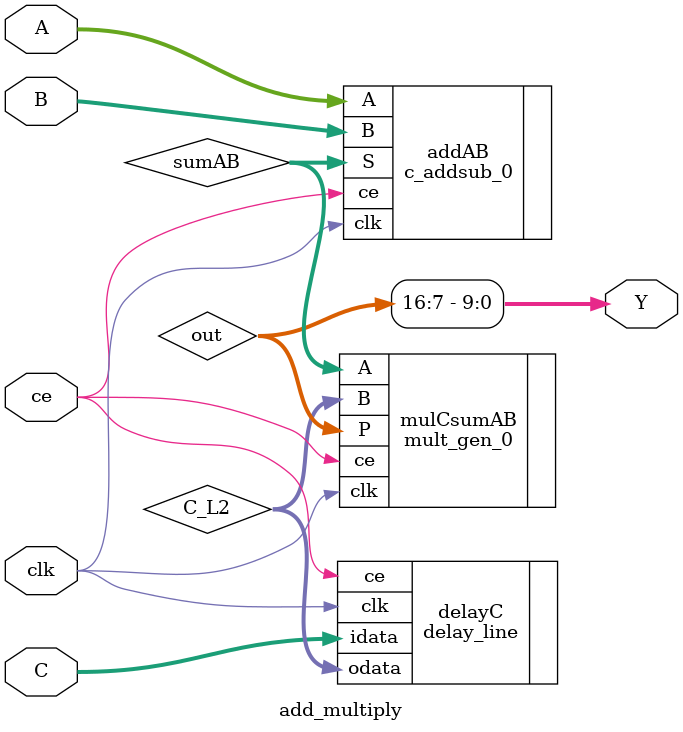
<source format=v>
module add_multiply
(
    input clk,
    input ce,
    input [8:0] A,
    input [8:0] B,
    input [8:0] C,
    output [9:0] Y
);

wire signed [9:0] sumAB;
wire signed [9:0] C_L2;
wire signed [18:0] out;

// Latency 2
c_addsub_0 addAB
(
    .A (A),
    .B (B),
    .clk (clk),
    .ce (ce),
    .S (sumAB)
);

// Latency 2
delay_line
#(
    .N (9),
    .DELAY (2)
)
delayC
(
    .clk (clk),
    .ce (ce),
    .idata (C),
    .odata (C_L2)
);

// Latency 3
mult_gen_0 mulCsumAB
(
    .clk (clk),
    .ce (ce),
    .A (sumAB),
    .B (C_L2),
    .P (out)
);

assign Y = out[16:7];

endmodule

</source>
